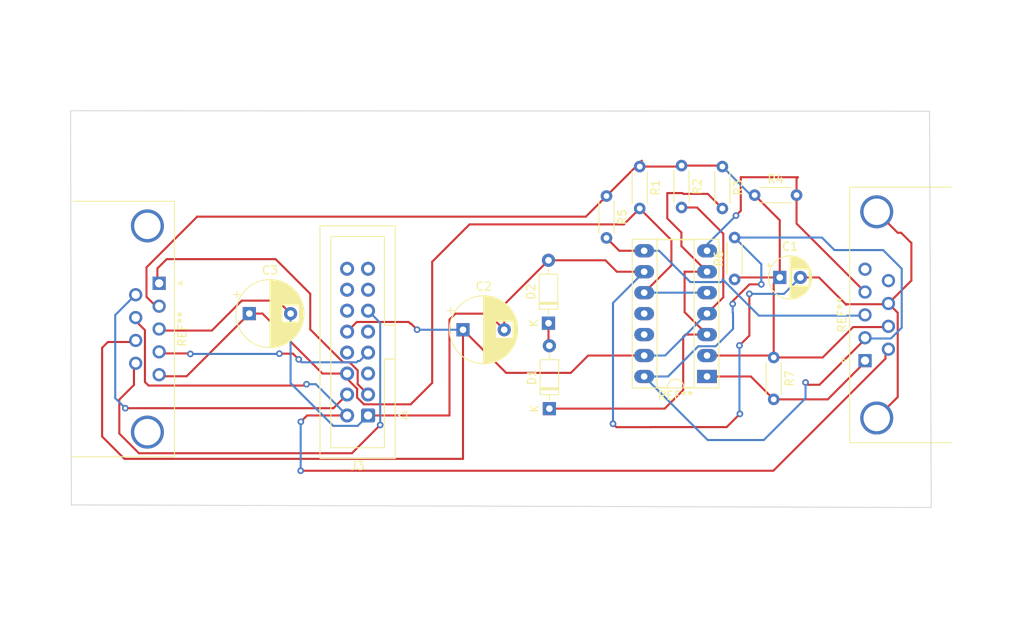
<source format=kicad_pcb>
(kicad_pcb (version 20211014) (generator pcbnew)
  (layers (0 "F.Cu" signal) (31 "B.Cu" signal) (34 "B.Paste" user) (35 "F.Paste" user) (36 "B.SilkS" user "B.Silkscreen") (37 "F.SilkS" user "F.Silkscreen") (38 "B.Mask" user) (39 "F.Mask" user) (44 "Edge.Cuts" user))
  (net 0 "")
  (net 1 "/+5V")
  (net 2 "/GND")
  (net 3 "/Joystick1_Y-Axis")
  (net 4 "/Joystick1_X-Axis")
  (net 5 "Net-(D1-Pad1)")
  (net 6 "unconnected-(D1-Pad2)")
  (net 7 "Net-(J1-Pad1)")
  (net 8 "Net-(J1-Pad2)")
  (net 9 "Net-(J1-Pad3)")
  (net 10 "Net-(J1-Pad4)")
  (net 11 "/Button0")
  (net 12 "/Button1")
  (net 13 "/Joystick2_X-Axis")
  (net 14 "/Button2")
  (net 15 "/Joystick2_Y-Axis")
  (footprint "Connector_IDC:IDC-Header_2x08_P2.54mm_Vertical" (layer "F.Cu") (at 72.89 109.01 180)
    (fp_text reference "J3" (at 1.27 -6.1) (layer "F.SilkS"))
    (fp_text value "Conn_02x08_Counter_Clockwise")
    (pad "1" thru_hole roundrect locked (at 0 0 180) (size 1.7 1.7) (drill 1) (layers *.Cu *.Mask) (roundrect_rratio 0.147059) (net 2 "/GND"))
    (pad "2" thru_hole circle locked (at 2.54 0 180) (size 1.7 1.7) (drill 1) (layers *.Cu *.Mask) (net 11 "/Button0"))
    (pad "3" thru_hole circle locked (at 0 2.54 180) (size 1.7 1.7) (drill 1) (layers *.Cu *.Mask) (net 12 "/Button1"))
    (pad "4" thru_hole circle locked (at 2.54 2.54 180) (size 1.7 1.7) (drill 1) (layers *.Cu *.Mask) (net 14 "/Button2"))
    (pad "5" thru_hole circle locked (at 0 5.08 180) (size 1.7 1.7) (drill 1) (layers *.Cu *.Mask))
    (pad "6" thru_hole circle locked (at 2.54 5.08 180) (size 1.7 1.7) (drill 1) (layers *.Cu *.Mask) (net 4 "/Joystick1_X-Axis"))
    (pad "7" thru_hole circle locked (at 0 7.62 180) (size 1.7 1.7) (drill 1) (layers *.Cu *.Mask) (net 13 "/Joystick2_X-Axis"))
    (pad "8" thru_hole circle locked (at 2.54 7.62 180) (size 1.7 1.7) (drill 1) (layers *.Cu *.Mask))
    (pad "9" thru_hole circle locked (at 0 10.16 180) (size 1.7 1.7) (drill 1) (layers *.Cu *.Mask))
    (pad "10" thru_hole circle locked (at 2.54 10.16 180) (size 1.7 1.7) (drill 1) (layers *.Cu *.Mask) (net 3 "/Joystick1_Y-Axis"))
    (pad "11" thru_hole circle locked (at 0 12.7 180) (size 1.7 1.7) (drill 1) (layers *.Cu *.Mask) (net 15 "/Joystick2_Y-Axis"))
    (pad "12" thru_hole circle locked (at 2.54 12.7 180) (size 1.7 1.7) (drill 1) (layers *.Cu *.Mask))
    (pad "13" thru_hole circle locked (at 0 15.24 180) (size 1.7 1.7) (drill 1) (layers *.Cu *.Mask))
    (pad "14" thru_hole circle locked (at 2.54 15.24 180) (size 1.7 1.7) (drill 1) (layers *.Cu *.Mask))
    (pad "15" thru_hole circle locked (at 0 17.78 180) (size 1.7 1.7) (drill 1) (layers *.Cu *.Mask))
    (pad "16" thru_hole circle locked (at 2.54 17.78 180) (size 1.7 1.7) (drill 1) (layers *.Cu *.Mask))
  )
  (footprint "Package_DIP:DIP-14_W7.62mm_Socket_LongPads" (layer "F.Cu") (at 113.98 104.285 180)
    (fp_text reference "REF**" (at 3.81 -2.33) (layer "F.SilkS"))
    (fp_text value "DIP-14_W7.62mm_Socket_LongPads")
    (pad "1" thru_hole rect locked (at 0 0 180) (size 2.4 1.6) (drill 0.8) (layers *.Cu *.Mask) (net 7 "Net-(J1-Pad1)"))
    (pad "2" thru_hole oval locked (at 0 2.54 180) (size 2.4 1.6) (drill 0.8) (layers *.Cu *.Mask) (net 1 "/+5V"))
    (pad "3" thru_hole oval locked (at 0 5.08 180) (size 2.4 1.6) (drill 0.8) (layers *.Cu *.Mask) (net 5 "Net-(D1-Pad1)"))
    (pad "4" thru_hole oval locked (at 0 7.62 180) (size 2.4 1.6) (drill 0.8) (layers *.Cu *.Mask) (net 3 "/Joystick1_Y-Axis"))
    (pad "5" thru_hole oval locked (at 0 10.16 180) (size 2.4 1.6) (drill 0.8) (layers *.Cu *.Mask) (net 4 "/Joystick1_X-Axis"))
    (pad "6" thru_hole oval locked (at 0 12.7 180) (size 2.4 1.6) (drill 0.8) (layers *.Cu *.Mask) (net 5 "Net-(D1-Pad1)"))
    (pad "7" thru_hole oval locked (at 0 15.24 180) (size 2.4 1.6) (drill 0.8) (layers *.Cu *.Mask) (net 10 "Net-(J1-Pad4)"))
    (pad "8" thru_hole oval locked (at 7.62 15.24 180) (size 2.4 1.6) (drill 0.8) (layers *.Cu *.Mask) (net 9 "Net-(J1-Pad3)"))
    (pad "9" thru_hole oval locked (at 7.62 12.7 180) (size 2.4 1.6) (drill 0.8) (layers *.Cu *.Mask) (net 2 "/GND"))
    (pad "10" thru_hole oval locked (at 7.62 10.16 180) (size 2.4 1.6) (drill 0.8) (layers *.Cu *.Mask) (net 4 "/Joystick1_X-Axis"))
    (pad "11" thru_hole oval locked (at 7.62 7.62 180) (size 2.4 1.6) (drill 0.8) (layers *.Cu *.Mask))
    (pad "12" thru_hole oval locked (at 7.62 5.08 180) (size 2.4 1.6) (drill 0.8) (layers *.Cu *.Mask))
    (pad "13" thru_hole oval locked (at 7.62 2.54 180) (size 2.4 1.6) (drill 0.8) (layers *.Cu *.Mask) (net 3 "/Joystick1_Y-Axis"))
    (pad "14" thru_hole oval locked (at 7.62 0 180) (size 2.4 1.6) (drill 0.8) (layers *.Cu *.Mask) (net 8 "Net-(J1-Pad2)"))
  )
  (footprint "Resistor_THT:R_Axial_DIN0204_L3.6mm_D1.6mm_P5.08mm_Horizontal" (layer "F.Cu") (at 105.82 78.84 -90)
    (fp_text reference "R1" (at 2.54 -1.92 90) (layer "F.SilkS"))
    (fp_text value "220K")
    (pad "1" thru_hole circle locked (at 0 0 270) (size 1.4 1.4) (drill 0.7) (layers *.Cu *.Mask) (net 1 "/+5V"))
    (pad "2" thru_hole oval locked (at 5.08 0 270) (size 1.4 1.4) (drill 0.7) (layers *.Cu *.Mask) (net 4 "/Joystick1_X-Axis"))
  )
  (footprint "Resistor_THT:R_Axial_DIN0204_L3.6mm_D1.6mm_P5.08mm_Horizontal" (layer "F.Cu") (at 115.84 78.84 -90)
    (fp_text reference "R3" (at 2.54 -1.92 90) (layer "F.SilkS"))
    (fp_text value "1K")
    (pad "1" thru_hole circle locked (at 0 0 270) (size 1.4 1.4) (drill 0.7) (layers *.Cu *.Mask) (net 1 "/+5V"))
    (pad "2" thru_hole oval locked (at 5.08 0 270) (size 1.4 1.4) (drill 0.7) (layers *.Cu *.Mask) (net 5 "Net-(D1-Pad1)"))
  )
  (footprint "Connector_Dsub:DSUB-9_Male_Horizontal_P2.77x2.84mm_EdgePinOffset7.70mm_Housed_MountingHolesOffset9.12mm" (layer "F.Cu") (at 47.560331 92.99 -90)
    (fp_text reference "REF**" (at 5.54 -2.8 90) (layer "F.SilkS"))
    (fp_text value "DSUB-9_Male_Horizontal_P2.77x2.84mm_EdgePinOffset7.70mm_Housed_MountingHolesOffset9.12mm")
    (pad "0" thru_hole circle locked (at 18.04 1.42 270) (size 4 4) (drill 3.2) (layers *.Cu *.Mask))
    (pad "0" thru_hole circle locked (at -6.96 1.42 270) (size 4 4) (drill 3.2) (layers *.Cu *.Mask))
    (pad "1" thru_hole rect locked (at 0 0 270) (size 1.6 1.6) (drill 1) (layers *.Cu *.Mask) (net 12 "/Button1"))
    (pad "2" thru_hole circle locked (at 2.77 0 270) (size 1.6 1.6) (drill 1) (layers *.Cu *.Mask) (net 1 "/+5V"))
    (pad "3" thru_hole circle locked (at 5.54 0 270) (size 1.6 1.6) (drill 1) (layers *.Cu *.Mask) (net 2 "/GND"))
    (pad "4" thru_hole circle locked (at 8.31 0 270) (size 1.6 1.6) (drill 1) (layers *.Cu *.Mask) (net 13 "/Joystick2_X-Axis"))
    (pad "5" thru_hole circle locked (at 11.08 0 270) (size 1.6 1.6) (drill 1) (layers *.Cu *.Mask) (net 4 "/Joystick1_X-Axis"))
    (pad "6" thru_hole circle locked (at 1.385 2.84 270) (size 1.6 1.6) (drill 1) (layers *.Cu *.Mask) (net 14 "/Button2"))
    (pad "7" thru_hole circle locked (at 4.155 2.84 270) (size 1.6 1.6) (drill 1) (layers *.Cu *.Mask) (net 11 "/Button0"))
    (pad "8" thru_hole circle locked (at 6.925 2.84 270) (size 1.6 1.6) (drill 1) (layers *.Cu *.Mask) (net 3 "/Joystick1_Y-Axis"))
    (pad "9" thru_hole circle locked (at 9.695 2.84 270) (size 1.6 1.6) (drill 1) (layers *.Cu *.Mask) (net 15 "/Joystick2_Y-Axis"))
  )
  (footprint "Capacitor_THT:CP_Radial_D8.0mm_P5.00mm" (layer "F.Cu") (at 84.397349 98.62)
    (fp_text reference "C2" (at 2.5 -5.25) (layer "F.SilkS"))
    (fp_text value ".01uF")
    (pad "1" thru_hole rect locked (at 0 0) (size 1.6 1.6) (drill 0.8) (layers *.Cu *.Mask) (net 3 "/Joystick1_Y-Axis"))
    (pad "2" thru_hole circle locked (at 5 0) (size 1.6 1.6) (drill 0.8) (layers *.Cu *.Mask) (net 2 "/GND"))
  )
  (footprint "Diode_THT:D_DO-35_SOD27_P7.62mm_Horizontal" (layer "F.Cu") (at 94.76 97.82 90)
    (fp_text reference "D2" (at 3.81 -2.12 90) (layer "F.SilkS"))
    (fp_text value "1N914")
    (fp_text user "K" (at 0 -1.8 90) (layer "F.SilkS"))
    (pad "1" thru_hole rect locked (at 0 0 90) (size 1.6 1.6) (drill 0.8) (layers *.Cu *.Mask) (net 6 "unconnected-(D1-Pad2)"))
    (pad "2" thru_hole oval locked (at 7.62 0 90) (size 1.6 1.6) (drill 0.8) (layers *.Cu *.Mask) (net 2 "/GND"))
  )
  (footprint "Resistor_THT:R_Axial_DIN0204_L3.6mm_D1.6mm_P5.08mm_Horizontal" (layer "F.Cu") (at 101.79 82.41 -90)
    (fp_text reference "R5" (at 2.54 -1.92 90) (layer "F.SilkS"))
    (fp_text value "1K")
    (pad "1" thru_hole circle locked (at 0 0 270) (size 1.4 1.4) (drill 0.7) (layers *.Cu *.Mask) (net 1 "/+5V"))
    (pad "2" thru_hole oval locked (at 5.08 0 270) (size 1.4 1.4) (drill 0.7) (layers *.Cu *.Mask) (net 9 "Net-(J1-Pad3)"))
  )
  (footprint "Capacitor_THT:CP_Radial_D5.0mm_P2.50mm" (layer "F.Cu") (at 122.794888 92.28)
    (fp_text reference "C1" (at 1.25 -3.75) (layer "F.SilkS"))
    (fp_text value "4.5uF")
    (pad "1" thru_hole rect locked (at 0 0) (size 1.6 1.6) (drill 0.8) (layers *.Cu *.Mask) (net 1 "/+5V"))
    (pad "2" thru_hole circle locked (at 2.5 0) (size 1.6 1.6) (drill 0.8) (layers *.Cu *.Mask) (net 2 "/GND"))
  )
  (footprint "Resistor_THT:R_Axial_DIN0204_L3.6mm_D1.6mm_P5.08mm_Horizontal" (layer "F.Cu") (at 122.06 101.98 -90)
    (fp_text reference "R7" (at 2.54 -1.92 90) (layer "F.SilkS"))
    (fp_text value "1K")
    (pad "1" thru_hole circle locked (at 0 0 270) (size 1.4 1.4) (drill 0.7) (layers *.Cu *.Mask) (net 1 "/+5V"))
    (pad "2" thru_hole oval locked (at 5.08 0 270) (size 1.4 1.4) (drill 0.7) (layers *.Cu *.Mask) (net 7 "Net-(J1-Pad1)"))
  )
  (footprint "Resistor_THT:R_Axial_DIN0204_L3.6mm_D1.6mm_P5.08mm_Horizontal" (layer "F.Cu") (at 119.75 82.3)
    (fp_text reference "R4" (at 2.54 -1.92) (layer "F.SilkS"))
    (fp_text value "1K")
    (pad "1" thru_hole circle locked (at 0 0) (size 1.4 1.4) (drill 0.7) (layers *.Cu *.Mask) (net 1 "/+5V"))
    (pad "2" thru_hole oval locked (at 5.08 0) (size 1.4 1.4) (drill 0.7) (layers *.Cu *.Mask) (net 10 "Net-(J1-Pad4)"))
  )
  (footprint "Connector_Dsub:DSUB-9_Male_Horizontal_P2.77x2.84mm_EdgePinOffset7.70mm_Housed_MountingHolesOffset9.12mm" (layer "F.Cu") (at 133.13 102.36 90)
    (fp_text reference "REF**" (at 5.54 -2.8 90) (layer "F.SilkS"))
    (fp_text value "DSUB-9_Male_Horizontal_P2.77x2.84mm_EdgePinOffset7.70mm_Housed_MountingHolesOffset9.12mm")
    (pad "0" thru_hole circle locked (at -6.96 1.42 90) (size 4 4) (drill 3.2) (layers *.Cu *.Mask) (net 2 "/GND"))
    (pad "0" thru_hole circle locked (at 18.04 1.42 90) (size 4 4) (drill 3.2) (layers *.Cu *.Mask) (net 2 "/GND"))
    (pad "1" thru_hole rect locked (at 0 0 90) (size 1.6 1.6) (drill 1) (layers *.Cu *.Mask) (net 7 "Net-(J1-Pad1)"))
    (pad "2" thru_hole circle locked (at 2.77 0 90) (size 1.6 1.6) (drill 1) (layers *.Cu *.Mask) (net 8 "Net-(J1-Pad2)"))
    (pad "3" thru_hole circle locked (at 5.54 0 90) (size 1.6 1.6) (drill 1) (layers *.Cu *.Mask) (net 9 "Net-(J1-Pad3)"))
    (pad "4" thru_hole circle locked (at 8.31 0 90) (size 1.6 1.6) (drill 1) (layers *.Cu *.Mask) (net 10 "Net-(J1-Pad4)"))
    (pad "5" thru_hole circle locked (at 11.08 0 90) (size 1.6 1.6) (drill 1) (layers *.Cu *.Mask))
    (pad "6" thru_hole circle locked (at 1.385 2.84 90) (size 1.6 1.6) (drill 1) (layers *.Cu *.Mask) (net 11 "/Button0"))
    (pad "7" thru_hole circle locked (at 4.155 2.84 90) (size 1.6 1.6) (drill 1) (layers *.Cu *.Mask))
    (pad "8" thru_hole circle locked (at 6.925 2.84 90) (size 1.6 1.6) (drill 1) (layers *.Cu *.Mask) (net 2 "/GND"))
    (pad "9" thru_hole circle locked (at 9.695 2.84 90) (size 1.6 1.6) (drill 1) (layers *.Cu *.Mask))
  )
  (footprint "Capacitor_THT:CP_Radial_D8.0mm_P5.00mm" (layer "F.Cu") (at 58.497349 96.66)
    (fp_text reference "C3" (at 2.5 -5.25) (layer "F.SilkS"))
    (fp_text value ".01uF")
    (pad "1" thru_hole rect locked (at 0 0) (size 1.6 1.6) (drill 0.8) (layers *.Cu *.Mask) (net 4 "/Joystick1_X-Axis"))
    (pad "2" thru_hole circle locked (at 5 0) (size 1.6 1.6) (drill 0.8) (layers *.Cu *.Mask) (net 2 "/GND"))
  )
  (footprint "Resistor_THT:R_Axial_DIN0204_L3.6mm_D1.6mm_P5.08mm_Horizontal" (layer "F.Cu") (at 110.89 78.72 -90)
    (fp_text reference "R2" (at 2.54 -1.92 90) (layer "F.SilkS"))
    (fp_text value "220K")
    (pad "1" thru_hole circle locked (at 0 0 270) (size 1.4 1.4) (drill 0.7) (layers *.Cu *.Mask) (net 1 "/+5V"))
    (pad "2" thru_hole oval locked (at 5.08 0 270) (size 1.4 1.4) (drill 0.7) (layers *.Cu *.Mask) (net 3 "/Joystick1_Y-Axis"))
  )
  (footprint "Diode_THT:D_DO-35_SOD27_P7.62mm_Horizontal" (layer "F.Cu") (at 94.87 108.18 90)
    (fp_text reference "D1" (at 3.81 -2.12 90) (layer "F.SilkS"))
    (fp_text value "1N914")
    (fp_text user "K" (at 0 -1.8 90) (layer "F.SilkS"))
    (pad "1" thru_hole rect locked (at 0 0 90) (size 1.6 1.6) (drill 0.8) (layers *.Cu *.Mask) (net 5 "Net-(D1-Pad1)"))
    (pad "2" thru_hole oval locked (at 7.62 0 90) (size 1.6 1.6) (drill 0.8) (layers *.Cu *.Mask) (net 6 "unconnected-(D1-Pad2)"))
  )
  (footprint "Resistor_THT:R_Axial_DIN0204_L3.6mm_D1.6mm_P5.08mm_Horizontal" (layer "F.Cu") (at 117.32 92.52 90)
    (fp_text reference "R6" (at 2.54 -1.92 90) (layer "F.SilkS"))
    (fp_text value "1K")
    (pad "1" thru_hole circle locked (at 0 0 90) (size 1.4 1.4) (drill 0.7) (layers *.Cu *.Mask) (net 1 "/+5V"))
    (pad "2" thru_hole oval locked (at 5.08 0 90) (size 1.4 1.4) (drill 0.7) (layers *.Cu *.Mask) (net 8 "Net-(J1-Pad2)"))
  )
  (gr_line (start 36.92 119.85) (end 36.83 72.07) (layer "Edge.Cuts") (width 0.1))
  (gr_line (start 141.16 120.17) (end 36.92 119.85) (layer "Edge.Cuts") (width 0.1))
  (gr_line (start 36.83 72.07) (end 140.95 72.13) (layer "Edge.Cuts") (width 0.1))
  (gr_line (start 141.16 120.17) (end 140.95 72.13) (layer "Edge.Cuts") (width 0.1))
  (segment (start 110.77 78.84) (end 110.89 78.72) (width 0.25) (layer "F.Cu") (net 1))
  (segment (start 121.825 101.745) (end 122.06 101.98) (width 0.25) (layer "F.Cu") (net 1))
  (segment (start 106.06 78.6) (end 105.82 78.84) (width 0.25) (layer "F.Cu") (net 1))
  (segment (start 128 101.98) (end 131.685 98.295) (width 0.25) (layer "F.Cu") (net 1))
  (segment (start 105.82 78.84) (end 110.77 78.84) (width 0.25) (layer "F.Cu") (net 1))
  (segment (start 117.56 92.28) (end 117.32 92.52) (width 0.25) (layer "F.Cu") (net 1))
  (segment (start 106.06 78.14) (end 106.06 78.6) (width 0.25) (layer "F.Cu") (net 1))
  (segment (start 99.29 84.91) (end 101.79 82.41) (width 0.25) (layer "F.Cu") (net 1))
  (segment (start 101.79 82.41) (end 106.06 78.14) (width 0.25) (layer "F.Cu") (net 1))
  (segment (start 115.72 78.72) (end 115.84 78.84) (width 0.25) (layer "F.Cu") (net 1))
  (segment (start 131.685 98.295) (end 136.06 98.295) (width 0.25) (layer "F.Cu") (net 1))
  (segment (start 122.06 101.98) (end 128 101.98) (width 0.25) (layer "F.Cu") (net 1))
  (segment (start 122.794888 92.28) (end 117.56 92.28) (width 0.25) (layer "F.Cu") (net 1))
  (segment (start 113.98 101.745) (end 121.825 101.745) (width 0.25) (layer "F.Cu") (net 1))
  (segment (start 52.18 84.91) (end 99.29 84.91) (width 0.25) (layer "F.Cu") (net 1))
  (segment (start 47.350331 95.95) (end 46.03 94.629669) (width 0.25) (layer "F.Cu") (net 1))
  (segment (start 46.03 91.06) (end 52.18 84.91) (width 0.25) (layer "F.Cu") (net 1))
  (segment (start 110.89 78.72) (end 115.72 78.72) (width 0.25) (layer "F.Cu") (net 1))
  (segment (start 46.03 94.629669) (end 46.03 91.06) (width 0.25) (layer "F.Cu") (net 1))
  (segment (start 122.794888 85.344888) (end 119.75 82.3) (width 0.25) (layer "F.Cu") (net 1))
  (segment (start 122.794888 92.28) (end 122.794888 85.344888) (width 0.25) (layer "F.Cu") (net 1))
  (segment (start 122.06 101.98) (end 122.06 93.014888) (width 0.25) (layer "F.Cu") (net 1))
  (segment (start 122.06 93.014888) (end 122.794888 92.28) (width 0.25) (layer "F.Cu") (net 1))
  (segment (start 119.3 82.3) (end 119.75 82.3) (width 0.25) (layer "B.Cu") (net 1))
  (segment (start 115.84 78.84) (end 119.3 82.3) (width 0.25) (layer "B.Cu") (net 1))
  (segment (start 138.75 92.655) (end 135.97 95.435) (width 0.25) (layer "F.Cu") (net 2))
  (segment (start 89.397349 95.562651) (end 94.76 90.2) (width 0.25) (layer "F.Cu") (net 2))
  (segment (start 89.397349 98.62) (end 89.397349 95.562651) (width 0.25) (layer "F.Cu") (net 2))
  (segment (start 125.294888 92.28) (end 127.55 92.28) (width 0.25) (layer "F.Cu") (net 2))
  (segment (start 107.235717 110.42) (end 116.36 110.42) (width 0.25) (layer "F.Cu") (net 2))
  (segment (start 53.95 98.72) (end 57.58 95.09) (width 0.25) (layer "F.Cu") (net 2))
  (segment (start 116.36 110.42) (end 117.96 108.82) (width 0.25) (layer "F.Cu") (net 2))
  (segment (start 57.58 95.09) (end 61.927349 95.09) (width 0.25) (layer "F.Cu") (net 2))
  (segment (start 138.75 88.11) (end 138.75 92.655) (width 0.25) (layer "F.Cu") (net 2))
  (segment (start 119.11 99.33) (end 119.11 94.27) (width 0.25) (layer "F.Cu") (net 2))
  (segment (start 82.76 109.01) (end 82.76 97.38) (width 0.25) (layer "F.Cu") (net 2))
  (segment (start 137.094511 106.775489) (end 134.55 109.32) (width 0.25) (layer "F.Cu") (net 2))
  (segment (start 137.094511 96.559511) (end 137.094511 106.775489) (width 0.25) (layer "F.Cu") (net 2))
  (segment (start 61.927349 95.09) (end 63.497349 96.66) (width 0.25) (layer "F.Cu") (net 2))
  (segment (start 103.045 91.585) (end 106.36 91.585) (width 0.25) (layer "F.Cu") (net 2))
  (segment (start 102.99 110.43) (end 107.225717 110.43) (width 0.25) (layer "F.Cu") (net 2))
  (segment (start 127.55 92.28) (end 130.86 95.59) (width 0.25) (layer "F.Cu") (net 2))
  (segment (start 47.350331 98.72) (end 53.95 98.72) (width 0.25) (layer "F.Cu") (net 2))
  (segment (start 107.225717 110.43) (end 107.235717 110.42) (width 0.25) (layer "F.Cu") (net 2))
  (segment (start 137.504511 86.864511) (end 138.75 88.11) (width 0.25) (layer "F.Cu") (net 2))
  (segment (start 94.76 90.2) (end 101.66 90.2) (width 0.25) (layer "F.Cu") (net 2))
  (segment (start 134.55 84.32) (end 137.094511 86.864511) (width 0.25) (layer "F.Cu") (net 2))
  (segment (start 83.47 96.67) (end 87.447349 96.67) (width 0.25) (layer "F.Cu") (net 2))
  (segment (start 135.97 95.435) (end 137.094511 96.559511) (width 0.25) (layer "F.Cu") (net 2))
  (segment (start 72.89 109.01) (end 82.76 109.01) (width 0.25) (layer "F.Cu") (net 2))
  (segment (start 102.58 110.02) (end 102.99 110.43) (width 0.25) (layer "F.Cu") (net 2))
  (segment (start 87.447349 96.67) (end 89.397349 98.62) (width 0.25) (layer "F.Cu") (net 2))
  (segment (start 137.094511 86.864511) (end 137.504511 86.864511) (width 0.25) (layer "F.Cu") (net 2))
  (segment (start 130.86 95.59) (end 130.925 95.525) (width 0.25) (layer "F.Cu") (net 2))
  (segment (start 82.76 97.38) (end 83.47 96.67) (width 0.25) (layer "F.Cu") (net 2))
  (segment (start 101.66 90.2) (end 103.045 91.585) (width 0.25) (layer "F.Cu") (net 2))
  (segment (start 117.91 100.53) (end 119.11 99.33) (width 0.25) (layer "F.Cu") (net 2))
  (segment (start 130.925 95.525) (end 136.06 95.525) (width 0.25) (layer "F.Cu") (net 2))
  (via (at 119.11 94.27) (size 0.8) (drill 0.4) (layers "F.Cu" "B.Cu") (net 2))
  (via (at 117.91 100.53) (size 0.8) (drill 0.4) (layers "F.Cu" "B.Cu") (net 2))
  (via (at 102.58 110.02) (size 0.8) (drill 0.4) (layers "F.Cu" "B.Cu") (net 2))
  (via (at 117.96 108.82) (size 0.8) (drill 0.4) (layers "F.Cu" "B.Cu") (net 2))
  (segment (start 119.11 94.27) (end 123.304888 94.27) (width 0.25) (layer "B.Cu") (net 2))
  (segment (start 63.497349 105.097349) (end 68.67 110.27) (width 0.25) (layer "B.Cu") (net 2))
  (segment (start 123.304888 94.27) (end 125.294888 92.28) (width 0.25) (layer "B.Cu") (net 2))
  (segment (start 68.67 110.27) (end 71.63 110.27) (width 0.25) (layer "B.Cu") (net 2))
  (segment (start 102.58 110.02) (end 102.58 95.365) (width 0.25) (layer "B.Cu") (net 2))
  (segment (start 63.497349 96.66) (end 63.497349 105.097349) (width 0.25) (layer "B.Cu") (net 2))
  (segment (start 102.58 95.365) (end 106.36 91.585) (width 0.25) (layer "B.Cu") (net 2))
  (segment (start 117.91 100.53) (end 117.91 108.77) (width 0.25) (layer "B.Cu") (net 2))
  (segment (start 71.63 110.27) (end 72.89 109.01) (width 0.25) (layer "B.Cu") (net 2))
  (segment (start 117.91 108.77) (end 117.96 108.82) (width 0.25) (layer "B.Cu") (net 2))
  (segment (start 70.35 98.85) (end 71.524511 97.675489) (width 0.25) (layer "F.Cu") (net 3))
  (segment (start 110.89 83.8) (end 112.77 83.8) (width 0.25) (layer "F.Cu") (net 3))
  (segment (start 84.397349 114.272651) (end 43.362651 114.272651) (width 0.25) (layer "F.Cu") (net 3))
  (segment (start 115.95 94.695) (end 113.98 96.665) (width 0.25) (layer "F.Cu") (net 3))
  (segment (start 40.65 111.56) (end 40.65 100.81) (width 0.25) (layer "F.Cu") (net 3))
  (segment (start 84.397349 98.62) (end 84.397349 114.272651) (width 0.25) (layer "F.Cu") (net 3))
  (segment (start 78.83 98.61) (end 78.11 97.89) (width 0.25) (layer "F.Cu") (net 3))
  (segment (start 77.815489 97.675489) (end 78.03 97.89) (width 0.25) (layer "F.Cu") (net 3))
  (segment (start 43.362651 114.272651) (end 40.65 111.56) (width 0.25) (layer "F.Cu") (net 3))
  (segment (start 97.475 103.845) (end 99.575 101.745) (width 0.25) (layer "F.Cu") (net 3))
  (segment (start 41.355 100.105) (end 44.510331 100.105) (width 0.25) (layer "F.Cu") (net 3))
  (segment (start 71.524511 97.675489) (end 77.815489 97.675489) (width 0.25) (layer "F.Cu") (net 3))
  (segment (start 99.575 101.745) (end 106.36 101.745) (width 0.25) (layer "F.Cu") (net 3))
  (segment (start 89.622349 103.845) (end 97.475 103.845) (width 0.25) (layer "F.Cu") (net 3))
  (segment (start 115.95 86.98) (end 115.95 94.695) (width 0.25) (layer "F.Cu") (net 3))
  (segment (start 40.65 100.81) (end 41.355 100.105) (width 0.25) (layer "F.Cu") (net 3))
  (segment (start 78.11 97.89) (end 78.03 97.89) (width 0.25) (layer "F.Cu") (net 3))
  (segment (start 84.397349 98.62) (end 89.622349 103.845) (width 0.25) (layer "F.Cu") (net 3))
  (segment (start 112.77 83.8) (end 115.95 86.98) (width 0.25) (layer "F.Cu") (net 3))
  (via (at 78.83 98.61) (size 0.8) (drill 0.4) (layers "F.Cu" "B.Cu") (net 3))
  (segment (start 78.83 98.61) (end 78.84 98.62) (width 0.25) (layer "B.Cu") (net 3))
  (segment (start 78.84 98.62) (end 84.397349 98.62) (width 0.25) (layer "B.Cu") (net 3))
  (segment (start 106.36 101.745) (end 108.9 101.745) (width 0.25) (layer "B.Cu") (net 3))
  (segment (start 108.9 101.745) (end 113.98 96.665) (width 0.25) (layer "B.Cu") (net 3))
  (segment (start 50.897349 104.26) (end 58.497349 96.66) (width 0.25) (layer "F.Cu") (net 4))
  (segment (start 71.56 106.83) (end 72.39 107.66) (width 0.25) (layer "F.Cu") (net 4))
  (segment (start 60.09 96.66) (end 67.36 103.93) (width 0.25) (layer "F.Cu") (net 4))
  (segment (start 71.56 105.775717) (end 71.56 106.83) (width 0.25) (layer "F.Cu") (net 4))
  (segment (start 70.35 104.565717) (end 71.56 105.775717) (width 0.25) (layer "F.Cu") (net 4))
  (segment (start 70.35 103.93) (end 70.35 104.565717) (width 0.25) (layer "F.Cu") (net 4))
  (segment (start 67.36 103.93) (end 70.35 103.93) (width 0.25) (layer "F.Cu") (net 4))
  (segment (start 85.19 85.85) (end 103.89 85.85) (width 0.25) (layer "F.Cu") (net 4))
  (segment (start 105.82 83.92) (end 109.66 87.76) (width 0.25) (layer "F.Cu") (net 4))
  (segment (start 72.39 107.66) (end 78.06 107.66) (width 0.25) (layer "F.Cu") (net 4))
  (segment (start 80.66 90.38) (end 85.19 85.85) (width 0.25) (layer "F.Cu") (net 4))
  (segment (start 47.350331 104.26) (end 50.897349 104.26) (width 0.25) (layer "F.Cu") (net 4))
  (segment (start 109.66 87.76) (end 109.66 90.825) (width 0.25) (layer "F.Cu") (net 4))
  (segment (start 58.497349 96.66) (end 60.09 96.66) (width 0.25) (layer "F.Cu") (net 4))
  (segment (start 103.89 85.85) (end 105.82 83.92) (width 0.25) (layer "F.Cu") (net 4))
  (segment (start 109.66 90.825) (end 106.36 94.125) (width 0.25) (layer "F.Cu") (net 4))
  (segment (start 78.06 107.66) (end 80.66 105.06) (width 0.25) (layer "F.Cu") (net 4))
  (segment (start 80.66 105.06) (end 80.66 90.38) (width 0.25) (layer "F.Cu") (net 4))
  (segment (start 70.35 103.93) (end 70.985717 103.93) (width 0.25) (layer "B.Cu") (net 4))
  (segment (start 106.36 94.125) (end 113.98 94.125) (width 0.25) (layer "B.Cu") (net 4))
  (segment (start 110.87 86.83) (end 110.87 88.475) (width 0.25) (layer "F.Cu") (net 5))
  (segment (start 109.16 82.05) (end 109.16 85.12) (width 0.25) (layer "F.Cu") (net 5))
  (segment (start 111.091122 82.15) (end 110.991122 82.05) (width 0.25) (layer "F.Cu") (net 5))
  (segment (start 111.365 99.205) (end 113.98 99.205) (width 0.25) (layer "F.Cu") (net 5))
  (segment (start 110.991122 82.05) (end 109.16 82.05) (width 0.25) (layer "F.Cu") (net 5))
  (segment (start 115.84 83.92) (end 114.07 82.15) (width 0.25) (layer "F.Cu") (net 5))
  (segment (start 94.87 108.18) (end 108.84 108.18) (width 0.25) (layer "F.Cu") (net 5))
  (segment (start 113.98 99.205) (end 111.26 96.485) (width 0.25) (layer "F.Cu") (net 5))
  (segment (start 111.26 96.485) (end 111.26 91.56) (width 0.25) (layer "F.Cu") (net 5))
  (segment (start 111.285 91.585) (end 113.98 91.585) (width 0.25) (layer "F.Cu") (net 5))
  (segment (start 110.87 88.475) (end 113.98 91.585) (width 0.25) (layer "F.Cu") (net 5))
  (segment (start 111.09 99.48) (end 111.365 99.205) (width 0.25) (layer "F.Cu") (net 5))
  (segment (start 111.09 105.93) (end 111.09 99.48) (width 0.25) (layer "F.Cu") (net 5))
  (segment (start 114.07 82.15) (end 111.091122 82.15) (width 0.25) (layer "F.Cu") (net 5))
  (segment (start 111.26 91.56) (end 111.285 91.585) (width 0.25) (layer "F.Cu") (net 5))
  (segment (start 108.84 108.18) (end 111.09 105.93) (width 0.25) (layer "F.Cu") (net 5))
  (segment (start 109.16 85.12) (end 110.87 86.83) (width 0.25) (layer "F.Cu") (net 5))
  (segment (start 94.76 100.45) (end 94.87 100.56) (width 0.25) (layer "F.Cu") (net 6))
  (segment (start 94.76 97.82) (end 94.76 100.45) (width 0.25) (layer "F.Cu") (net 6))
  (segment (start 119.285 104.285) (end 122.06 107.06) (width 0.25) (layer "F.Cu") (net 7))
  (segment (start 122.06 107.06) (end 128.61 107.06) (width 0.25) (layer "F.Cu") (net 7))
  (segment (start 128.61 107.06) (end 133.22 102.45) (width 0.25) (layer "F.Cu") (net 7))
  (segment (start 113.98 104.285) (end 119.285 104.285) (width 0.25) (layer "F.Cu") (net 7))
  (segment (start 127.61 105.29) (end 133.22 99.68) (width 0.25) (layer "F.Cu") (net 8))
  (segment (start 119.12 93.12) (end 120.56 93.12) (width 0.25) (layer "F.Cu") (net 8))
  (segment (start 126.2 105.29) (end 127.61 105.29) (width 0.25) (layer "F.Cu") (net 8))
  (segment (start 117.09 95.49) (end 117.09 95.15) (width 0.25) (layer "F.Cu") (net 8))
  (segment (start 117.09 95.15) (end 119.12 93.12) (width 0.25) (layer "F.Cu") (net 8))
  (segment (start 125.92 105.01) (end 126.2 105.29) (width 0.25) (layer "F.Cu") (net 8))
  (via (at 120.56 93.12) (size 0.8) (drill 0.4) (layers "F.Cu" "B.Cu") (net 8))
  (via (at 117.09 95.49) (size 0.8) (drill 0.4) (layers "F.Cu" "B.Cu") (net 8))
  (via (at 125.92 105.01) (size 0.8) (drill 0.4) (layers "F.Cu" "B.Cu") (net 8))
  (segment (start 120.56 90.68) (end 120.56 91.25) (width 0.25) (layer "B.Cu") (net 8))
  (segment (start 137.58 98.3653) (end 136.2653 99.68) (width 0.25) (layer "B.Cu") (net 8))
  (segment (start 117.09 96.54) (end 117.13 96.58) (width 0.25) (layer "B.Cu") (net 8))
  (segment (start 106.36 104.285) (end 109.255 104.285) (width 0.25) (layer "B.Cu") (net 8))
  (segment (start 136.2653 99.68) (end 133.22 99.68) (width 0.25) (layer "B.Cu") (net 8))
  (segment (start 117.32 87.44) (end 127.9 87.44) (width 0.25) (layer "B.Cu") (net 8))
  (segment (start 120.86 111.99) (end 114.065 111.99) (width 0.25) (layer "B.Cu") (net 8))
  (segment (start 117.32 87.44) (end 120.56 90.68) (width 0.25) (layer "B.Cu") (net 8))
  (segment (start 115.02952 100.62048) (end 117.13 98.52) (width 0.25) (layer "B.Cu") (net 8))
  (segment (start 112.91952 100.62048) (end 115.02952 100.62048) (width 0.25) (layer "B.Cu") (net 8))
  (segment (start 125.92 105.01) (end 125.92 106.93) (width 0.25) (layer "B.Cu") (net 8))
  (segment (start 120.56 93.12) (end 120.56 91.25) (width 0.25) (layer "B.Cu") (net 8))
  (segment (start 135.32 88.96) (end 137.58 91.22) (width 0.25) (layer "B.Cu") (net 8))
  (segment (start 117.13 98.52) (end 117.13 96.58) (width 0.25) (layer "B.Cu") (net 8))
  (segment (start 125.92 106.93) (end 120.86 111.99) (width 0.25) (layer "B.Cu") (net 8))
  (segment (start 127.9 87.44) (end 129.42 88.96) (width 0.25) (layer "B.Cu") (net 8))
  (segment (start 117.09 95.49) (end 117.09 96.54) (width 0.25) (layer "B.Cu") (net 8))
  (segment (start 129.42 88.96) (end 135.32 88.96) (width 0.25) (layer "B.Cu") (net 8))
  (segment (start 109.255 104.285) (end 112.91952 100.62048) (width 0.25) (layer "B.Cu") (net 8))
  (segment (start 137.58 91.22) (end 137.58 98.3653) (width 0.25) (layer "B.Cu") (net 8))
  (segment (start 114.065 111.99) (end 106.36 104.285) (width 0.25) (layer "B.Cu") (net 8))
  (segment (start 103.345 89.045) (end 106.36 89.045) (width 0.25) (layer "F.Cu") (net 9))
  (segment (start 101.79 87.49) (end 103.345 89.045) (width 0.25) (layer "F.Cu") (net 9))
  (segment (start 111.96 92.84) (end 115.71 92.84) (width 0.25) (layer "B.Cu") (net 9))
  (segment (start 115.860489 92.510489) (end 115.95 92.6) (width 0.25) (layer "B.Cu") (net 9))
  (segment (start 120.26 96.91) (end 133.22 96.91) (width 0.25) (layer "B.Cu") (net 9))
  (segment (start 115.95 92.6) (end 120.26 96.91) (width 0.25) (layer "B.Cu") (net 9))
  (segment (start 115.71 92.84) (end 115.95 92.6) (width 0.25) (layer "B.Cu") (net 9))
  (segment (start 106.36 89.045) (end 108.165 89.045) (width 0.25) (layer "B.Cu") (net 9))
  (segment (start 108.165 89.045) (end 111.96 92.84) (width 0.25) (layer "B.Cu") (net 9))
  (segment (start 117.49 84.78) (end 118.07 84.2) (width 0.25) (layer "F.Cu") (net 10))
  (segment (start 124.83 80.29) (end 124.83 82.3) (width 0.25) (layer "F.Cu") (net 10))
  (segment (start 124.99 80.13) (end 124.83 80.29) (width 0.25) (layer "F.Cu") (net 10))
  (segment (start 118.07 84.2) (end 118.07 80.13) (width 0.25) (layer "F.Cu") (net 10))
  (segment (start 133.22 94.14) (end 124.83 85.75) (width 0.25) (layer "F.Cu") (net 10))
  (segment (start 118.07 80.13) (end 124.99 80.13) (width 0.25) (layer "F.Cu") (net 10))
  (segment (start 124.83 85.75) (end 124.83 82.3) (width 0.25) (layer "F.Cu") (net 10))
  (via (at 117.49 84.78) (size 0.8) (drill 0.4) (layers "F.Cu" "B.Cu") (net 10))
  (segment (start 113.98 89.045) (end 113.98 88.29) (width 0.25) (layer "B.Cu") (net 10))
  (segment (start 113.98 88.29) (end 117.49 84.78) (width 0.25) (layer "B.Cu") (net 10))
  (segment (start 64.72 115.71) (end 122.02 115.71) (width 0.25) (layer "F.Cu") (net 11))
  (segment (start 45.84 104.95) (end 45.84 98.664669) (width 0.25) (layer "F.Cu") (net 11))
  (segment (start 45.84 98.664669) (end 44.510331 97.335) (width 0.25) (layer "F.Cu") (net 11))
  (segment (start 64.74 109.77) (end 65.5 109.01) (width 0.25) (layer "F.Cu") (net 11))
  (segment (start 122.02 115.71) (end 135.61 102.12) (width 0.25) (layer "F.Cu") (net 11))
  (segment (start 65.43 105.22) (end 65.265489 105.384511) (width 0.25) (layer "F.Cu") (net 11))
  (segment (start 135.61 102.12) (end 135.61 101.515) (width 0.25) (layer "F.Cu") (net 11))
  (segment (start 46.274511 105.384511) (end 45.84 104.95) (width 0.25) (layer "F.Cu") (net 11))
  (segment (start 65.5 109.01) (end 70.35 109.01) (width 0.25) (layer "F.Cu") (net 11))
  (segment (start 65.265489 105.384511) (end 46.274511 105.384511) (width 0.25) (layer "F.Cu") (net 11))
  (segment (start 135.61 101.515) (end 136.06 101.065) (width 0.25) (layer "F.Cu") (net 11))
  (via (at 64.74 109.77) (size 0.8) (drill 0.4) (layers "F.Cu" "B.Cu") (net 11))
  (via (at 64.72 115.71) (size 0.8) (drill 0.4) (layers "F.Cu" "B.Cu") (net 11))
  (via (at 65.43 105.22) (size 0.8) (drill 0.4) (layers "F.Cu" "B.Cu") (net 11))
  (segment (start 64.74 109.77) (end 64.72 109.79) (width 0.25) (layer "B.Cu") (net 11))
  (segment (start 66.56 105.22) (end 65.43 105.22) (width 0.25) (layer "B.Cu") (net 11))
  (segment (start 64.72 109.79) (end 64.72 115.71) (width 0.25) (layer "B.Cu") (net 11))
  (segment (start 70.35 109.01) (end 66.56 105.22) (width 0.25) (layer "B.Cu") (net 11))
  (segment (start 72.89 106.47) (end 71.63 105.21) (width 0.25) (layer "F.Cu") (net 12))
  (segment (start 48.48 90.06) (end 47.350331 91.189669) (width 0.25) (layer "F.Cu") (net 12))
  (segment (start 65.88 94.26) (end 61.68 90.06) (width 0.25) (layer "F.Cu") (net 12))
  (segment (start 65.88 98.58101) (end 65.88 94.26) (width 0.25) (layer "F.Cu") (net 12))
  (segment (start 47.350331 91.189669) (end 47.350331 93.18) (width 0.25) (layer "F.Cu") (net 12))
  (segment (start 69.863501 102.564511) (end 65.88 98.58101) (width 0.25) (layer "F.Cu") (net 12))
  (segment (start 61.68 90.06) (end 48.48 90.06) (width 0.25) (layer "F.Cu") (net 12))
  (segment (start 71.63 105.21) (end 71.63 103.54899) (width 0.25) (layer "F.Cu") (net 12))
  (segment (start 71.63 103.54899) (end 70.645521 102.564511) (width 0.25) (layer "F.Cu") (net 12))
  (segment (start 70.645521 102.564511) (end 69.863501 102.564511) (width 0.25) (layer "F.Cu") (net 12))
  (segment (start 47.350331 101.49) (end 51.29 101.49) (width 0.25) (layer "F.Cu") (net 13))
  (segment (start 63.79 101.52) (end 64.48 102.21) (width 0.25) (layer "F.Cu") (net 13))
  (segment (start 62.14 101.52) (end 63.79 101.52) (width 0.25) (layer "F.Cu") (net 13))
  (segment (start 51.29 101.49) (end 51.35 101.55) (width 0.25) (layer "F.Cu") (net 13))
  (via (at 64.48 102.21) (size 0.8) (drill 0.4) (layers "F.Cu" "B.Cu") (net 13))
  (via (at 62.14 101.52) (size 0.8) (drill 0.4) (layers "F.Cu" "B.Cu") (net 13))
  (via (at 51.35 101.55) (size 0.8) (drill 0.4) (layers "F.Cu" "B.Cu") (net 13))
  (segment (start 71.505489 102.564511) (end 71.66 102.41) (width 0.25) (layer "B.Cu") (net 13))
  (segment (start 71.66 102.41) (end 71.87 102.41) (width 0.25) (layer "B.Cu") (net 13))
  (segment (start 71.87 102.41) (end 72.89 101.39) (width 0.25) (layer "B.Cu") (net 13))
  (segment (start 51.35 101.55) (end 62.11 101.55) (width 0.25) (layer "B.Cu") (net 13))
  (segment (start 64.834511 102.564511) (end 71.505489 102.564511) (width 0.25) (layer "B.Cu") (net 13))
  (segment (start 64.48 102.21) (end 64.834511 102.564511) (width 0.25) (layer "B.Cu") (net 13))
  (segment (start 62.11 101.55) (end 62.14 101.52) (width 0.25) (layer "B.Cu") (net 13))
  (segment (start 68.69 108.13) (end 43.46 108.13) (width 0.25) (layer "F.Cu") (net 14))
  (segment (start 70.35 106.47) (end 68.69 108.13) (width 0.25) (layer "F.Cu") (net 14))
  (via (at 43.46 108.13) (size 0.8) (drill 0.4) (layers "F.Cu" "B.Cu") (net 14))
  (segment (start 42.24 106.91) (end 42.24 96.835331) (width 0.25) (layer "B.Cu") (net 14))
  (segment (start 42.24 96.835331) (end 44.510331 94.565) (width 0.25) (layer "B.Cu") (net 14))
  (segment (start 43.46 108.13) (end 42.24 106.91) (width 0.25) (layer "B.Cu") (net 14))
  (segment (start 42.735489 107.084511) (end 42.735489 111.205489) (width 0.25) (layer "F.Cu") (net 15))
  (segment (start 74.36 110.16) (end 74.29 110.23) (width 0.25) (layer "F.Cu") (net 15))
  (segment (start 42.735489 111.205489) (end 45.12 113.59) (width 0.25) (layer "F.Cu") (net 15))
  (segment (start 45.12 113.59) (end 70.93 113.59) (width 0.25) (layer "F.Cu") (net 15))
  (segment (start 44.510331 102.875) (end 44.510331 105.309669) (width 0.25) (layer "F.Cu") (net 15))
  (segment (start 44.510331 105.309669) (end 42.735489 107.084511) (width 0.25) (layer "F.Cu") (net 15))
  (segment (start 70.93 113.59) (end 74.36 110.16) (width 0.25) (layer "F.Cu") (net 15))
  (via (at 74.36 110.16) (size 0.8) (drill 0.4) (layers "F.Cu" "B.Cu") (net 15))
  (segment (start 74.36 110.16) (end 74.36 97.78) (width 0.25) (layer "B.Cu") (net 15))
  (segment (start 74.36 97.78) (end 72.89 96.31) (width 0.25) (layer "B.Cu") (net 15))
)
</source>
